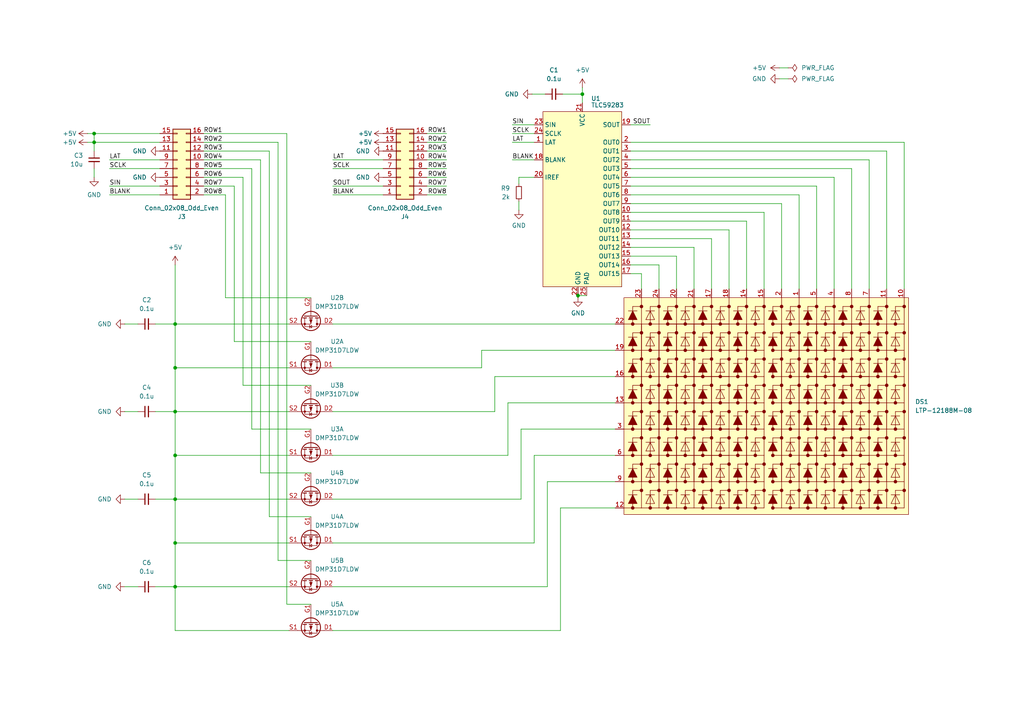
<source format=kicad_sch>
(kicad_sch (version 20250114) (generator "eeschema") (generator_version "9.0")
  (paper "A4")
  (lib_symbols
    (symbol "Connector_Generic:Conn_02x08_Odd_Even" (pin_names (offset 1.016) (hide yes))
      (property "Reference" "J" (at 1.27 10.16 0))
      (property "Value" "Conn_02x08_Odd_Even" (at 1.27 -12.7 0))
      (symbol "Conn_02x08_Odd_Even_1_1"
        (pin passive line (at -5.08 7.62 0) (length 3.81) (name "Pin_1") (number "1"))
        (pin passive line (at -5.08 5.08 0) (length 3.81) (name "Pin_3") (number "3"))
        (pin passive line (at -5.08 2.54 0) (length 3.81) (name "Pin_5") (number "5"))
        (pin passive line (at -5.08 0 0) (length 3.81) (name "Pin_7") (number "7"))
        (pin passive line (at -5.08 -2.54 0) (length 3.81) (name "Pin_9") (number "9"))
        (pin passive line (at -5.08 -5.08 0) (length 3.81) (name "Pin_11") (number "11"))
        (pin passive line (at -5.08 -7.62 0) (length 3.81) (name "Pin_13") (number "13"))
        (pin passive line (at -5.08 -10.16 0) (length 3.81) (name "Pin_15") (number "15"))
        (pin passive line (at 7.62 7.62 180) (length 3.81) (name "Pin_2") (number "2"))
        (pin passive line (at 7.62 5.08 180) (length 3.81) (name "Pin_4") (number "4"))
        (pin passive line (at 7.62 2.54 180) (length 3.81) (name "Pin_6") (number "6"))
        (pin passive line (at 7.62 0 180) (length 3.81) (name "Pin_8") (number "8"))
        (pin passive line (at 7.62 -2.54 180) (length 3.81) (name "Pin_10") (number "10"))
        (pin passive line (at 7.62 -5.08 180) (length 3.81) (name "Pin_12") (number "12"))
        (pin passive line (at 7.62 -7.62 180) (length 3.81) (name "Pin_14") (number "14"))
        (pin passive line (at 7.62 -10.16 180) (length 3.81) (name "Pin_16") (number "16"))
      )
    )
    (symbol "Device:C_Small" (pin_numbers (hide yes)) (pin_names (offset 0.254) (hide yes))
      (property "Reference" "C" (at 0.254 1.778 0))
      (property "Value" "C_Small" (at 0.254 -2.032 0))
      (symbol "C_Small_1_1"
        (pin passive line (at 0 2.54 270) (length 2.032) (name "~") (number "1"))
        (pin passive line (at 0 -2.54 90) (length 2.032) (name "~") (number "2"))
      )
    )
    (symbol "Device:R_Small" (pin_numbers (hide yes)) (pin_names (offset 0.254) (hide yes))
      (property "Reference" "R" (at 0.762 0.508 0))
      (property "Value" "R_Small" (at 0.762 -1.016 0))
      (symbol "R_Small_1_1"
        (pin passive line (at 0 2.54 270) (length 0.762) (name "~") (number "1"))
        (pin passive line (at 0 -2.54 90) (length 0.762) (name "~") (number "2"))
      )
    )
    (symbol "ledmat8x16:DMP31D7LDW"
      (property "Reference" "U" (at 9.652 2.794 0))
      (property "Value" "DMP31D7LDW" (at 15.24 -3.556 0))
      (symbol "DMP31D7LDW_1_1"
        (pin passive line (at 0 0 0) (length 2.54) (name "") (number "G1"))
        (pin passive line (at 7.62 6.35 270) (length 2.54) (name "") (number "D1"))
        (pin passive line (at 7.62 -6.35 90) (length 2.54) (name "") (number "S1"))
      )
      (symbol "DMP31D7LDW_2_1"
        (pin passive line (at 0 0 0) (length 2.54) (name "") (number "G2"))
        (pin passive line (at 7.62 6.35 270) (length 2.54) (name "") (number "D2"))
        (pin passive line (at 7.62 -6.35 90) (length 2.54) (name "") (number "S2"))
      )
    )
    (symbol "ledmat8x16:LTP-12188M-08" (pin_names (offset 1.016))
      (property "Reference" "DS" (at -51.054 -1.524 0))
      (property "Value" "LTP-12188M-08" (at -51.054 -68.326 0))
      (symbol "LTP-12188M-08_1_1"
        (pin passive line (at -53.34 -10.16 0) (length 2.54) (name "") (number "22"))
        (pin passive line (at -53.34 -17.78 0) (length 2.54) (name "") (number "19"))
        (pin passive line (at -53.34 -25.4 0) (length 2.54) (name "") (number "16"))
        (pin passive line (at -53.34 -33.02 0) (length 2.54) (name "") (number "13"))
        (pin passive line (at -53.34 -40.64 0) (length 2.54) (name "") (number "3"))
        (pin passive line (at -53.34 -48.26 0) (length 2.54) (name "") (number "6"))
        (pin passive line (at -53.34 -55.88 0) (length 2.54) (name "") (number "9"))
        (pin passive line (at -53.34 -63.5 0) (length 2.54) (name "") (number "12"))
        (pin passive line (at -45.72 0 270) (length 2.54) (name "") (number "23"))
        (pin passive line (at -40.64 0 270) (length 2.54) (name "") (number "24"))
        (pin passive line (at -35.56 0 270) (length 2.54) (name "") (number "20"))
        (pin passive line (at -30.48 0 270) (length 2.54) (name "") (number "21"))
        (pin passive line (at -25.4 0 270) (length 2.54) (name "") (number "17"))
        (pin passive line (at -20.32 0 270) (length 2.54) (name "") (number "18"))
        (pin passive line (at -15.24 0 270) (length 2.54) (name "") (number "14"))
        (pin passive line (at -10.16 0 270) (length 2.54) (name "") (number "15"))
        (pin passive line (at -5.08 0 270) (length 2.54) (name "") (number "2"))
        (pin passive line (at 0 0 270) (length 2.54) (name "") (number "1"))
        (pin passive line (at 5.08 0 270) (length 2.54) (name "") (number "5"))
        (pin passive line (at 10.16 0 270) (length 2.54) (name "") (number "4"))
        (pin passive line (at 15.24 0 270) (length 2.54) (name "") (number "8"))
        (pin passive line (at 20.32 0 270) (length 2.54) (name "") (number "7"))
        (pin passive line (at 25.4 0 270) (length 2.54) (name "") (number "11"))
        (pin passive line (at 30.48 0 270) (length 2.54) (name "") (number "10"))
      )
    )
    (symbol "ledmat8x16:TLC59283"
      (property "Reference" "U" (at 2.794 10.414 0))
      (property "Value" "TLC59283" (at 0 0 0))
      (symbol "TLC59283_1_1"
        (pin input line (at 0 5.08 0) (length 2.54) (name "SIN") (number "23"))
        (pin input line (at 0 2.54 0) (length 2.54) (name "SCLK") (number "24"))
        (pin input line (at 0 0 0) (length 2.54) (name "LAT") (number "1"))
        (pin input line (at 0 -5.08 0) (length 2.54) (name "BLANK") (number "18"))
        (pin input line (at 0 -10.16 0) (length 2.54) (name "IREF") (number "20"))
        (pin power_in line (at 12.7 -44.45 90) (length 2.54) (name "GND") (number "22"))
        (pin power_in line (at 13.97 11.43 270) (length 2.54) (name "VCC") (number "21"))
        (pin power_in line (at 15.24 -44.45 90) (length 2.54) (name "PAD") (number "25"))
        (pin input line (at 27.94 5.08 180) (length 2.54) (name "SOUT") (number "19"))
        (pin input line (at 27.94 0 180) (length 2.54) (name "OUT0") (number "2"))
        (pin input line (at 27.94 -2.54 180) (length 2.54) (name "OUT1") (number "3"))
        (pin input line (at 27.94 -5.08 180) (length 2.54) (name "OUT2") (number "4"))
        (pin input line (at 27.94 -7.62 180) (length 2.54) (name "OUT3") (number "5"))
        (pin input line (at 27.94 -10.16 180) (length 2.54) (name "OUT4") (number "6"))
        (pin input line (at 27.94 -12.7 180) (length 2.54) (name "OUT5") (number "7"))
        (pin input line (at 27.94 -15.24 180) (length 2.54) (name "OUT6") (number "8"))
        (pin input line (at 27.94 -17.78 180) (length 2.54) (name "OUT7") (number "9"))
        (pin input line (at 27.94 -20.32 180) (length 2.54) (name "OUT8") (number "10"))
        (pin input line (at 27.94 -22.86 180) (length 2.54) (name "OUT9") (number "11"))
        (pin input line (at 27.94 -25.4 180) (length 2.54) (name "OUT10") (number "12"))
        (pin input line (at 27.94 -27.94 180) (length 2.54) (name "OUT11") (number "13"))
        (pin input line (at 27.94 -30.48 180) (length 2.54) (name "OUT12") (number "14"))
        (pin input line (at 27.94 -33.02 180) (length 2.54) (name "OUT13") (number "15"))
        (pin input line (at 27.94 -35.56 180) (length 2.54) (name "OUT14") (number "16"))
        (pin input line (at 27.94 -38.1 180) (length 2.54) (name "OUT15") (number "17"))
      )
    )
    (symbol "power:+5V" (power) (pin_numbers (hide yes)) (pin_names (offset 0) (hide yes))
      (property "Value" "+5V" (at 0 3.556 0))
      (symbol "+5V_1_1"
        (pin power_in line (at 0 0 90) (length 0) (name "~") (number "1"))
      )
    )
    (symbol "power:GND" (power) (pin_numbers (hide yes)) (pin_names (offset 0) (hide yes))
      (property "Value" "GND" (at 0 -3.81 0))
      (symbol "GND_1_1"
        (pin power_in line (at 0 0 270) (length 0) (name "~") (number "1"))
      )
    )
    (symbol "power:PWR_FLAG" (power) (pin_numbers (hide yes)) (pin_names (offset 0) (hide yes))
      (property "Value" "PWR_FLAG" (at 0 3.81 0))
      (symbol "PWR_FLAG_0_0"
        (pin power_out line (at 0 0 90) (length 0) (name "~") (number "1"))
      )
    )
  )
  (junction (at 167.64 85.725))
  (junction (at 27.305 41.275))
  (junction (at 50.8 119.38))
  (junction (at 50.8 157.48))
  (junction (at 50.8 106.68))
  (junction (at 168.91 27.305))
  (junction (at 50.8 93.98))
  (junction (at 27.305 38.735))
  (junction (at 50.8 132.08))
  (junction (at 50.8 144.78))
  (junction (at 50.8 170.18))
  (wire (pts (xy 129.54 43.815) (xy 123.825 43.815)))
  (wire (pts (xy 201.295 83.82) (xy 201.295 71.755)))
  (wire (pts (xy 83.185 38.735) (xy 83.185 175.26)))
  (wire (pts (xy 96.52 144.78) (xy 151.13 144.78)))
  (wire (pts (xy 162.56 147.32) (xy 178.435 147.32)))
  (wire (pts (xy 96.52 93.98) (xy 178.435 93.98)))
  (wire (pts (xy 182.88 69.215) (xy 206.375 69.215)))
  (wire (pts (xy 67.945 53.975) (xy 67.945 99.06)))
  (wire (pts (xy 73.025 48.895) (xy 73.025 124.46)))
  (wire (pts (xy 257.175 43.815) (xy 182.88 43.815)))
  (wire (pts (xy 111.125 56.515) (xy 96.52 56.515)))
  (wire (pts (xy 139.7 101.6) (xy 178.435 101.6)))
  (wire (pts (xy 45.085 144.78) (xy 50.8 144.78)))
  (wire (pts (xy 154.94 46.355) (xy 148.59 46.355)))
  (wire (pts (xy 96.52 182.88) (xy 162.56 182.88)))
  (wire (pts (xy 70.485 111.76) (xy 90.17 111.76)))
  (wire (pts (xy 45.085 170.18) (xy 50.8 170.18)))
  (wire (pts (xy 216.535 64.135) (xy 216.535 83.82)))
  (wire (pts (xy 154.94 157.48) (xy 154.94 132.08)))
  (wire (pts (xy 182.88 46.355) (xy 252.095 46.355)))
  (wire (pts (xy 167.64 85.725) (xy 170.18 85.725)))
  (wire (pts (xy 182.88 56.515) (xy 231.775 56.515)))
  (wire (pts (xy 147.32 116.84) (xy 178.435 116.84)))
  (wire (pts (xy 78.105 149.86) (xy 90.17 149.86)))
  (wire (pts (xy 182.88 64.135) (xy 216.535 64.135)))
  (wire (pts (xy 65.405 56.515) (xy 65.405 86.36)))
  (wire (pts (xy 221.615 83.82) (xy 221.615 61.595)))
  (wire (pts (xy 111.125 48.895) (xy 96.52 48.895)))
  (wire (pts (xy 182.88 59.055) (xy 226.695 59.055)))
  (wire (pts (xy 111.125 46.355) (xy 96.52 46.355)))
  (wire (pts (xy 80.645 41.275) (xy 80.645 162.56)))
  (wire (pts (xy 154.94 132.08) (xy 178.435 132.08)))
  (wire (pts (xy 182.88 79.375) (xy 186.055 79.375)))
  (wire (pts (xy 182.88 51.435) (xy 241.935 51.435)))
  (wire (pts (xy 129.54 41.275) (xy 123.825 41.275)))
  (wire (pts (xy 36.195 119.38) (xy 40.005 119.38)))
  (wire (pts (xy 59.055 43.815) (xy 78.105 43.815)))
  (wire (pts (xy 36.195 93.98) (xy 40.005 93.98)))
  (wire (pts (xy 188.595 36.195) (xy 182.88 36.195)))
  (wire (pts (xy 50.8 119.38) (xy 83.82 119.38)))
  (wire (pts (xy 50.8 144.78) (xy 50.8 157.48)))
  (wire (pts (xy 182.88 74.295) (xy 196.215 74.295)))
  (wire (pts (xy 73.025 124.46) (xy 90.17 124.46)))
  (wire (pts (xy 50.8 144.78) (xy 83.82 144.78)))
  (wire (pts (xy 27.305 38.735) (xy 27.305 41.275)))
  (wire (pts (xy 226.06 19.685) (xy 228.6 19.685)))
  (wire (pts (xy 70.485 51.435) (xy 70.485 111.76)))
  (wire (pts (xy 45.085 119.38) (xy 50.8 119.38)))
  (wire (pts (xy 70.485 51.435) (xy 59.055 51.435)))
  (wire (pts (xy 163.195 27.305) (xy 168.91 27.305)))
  (wire (pts (xy 46.355 48.895) (xy 31.75 48.895)))
  (wire (pts (xy 168.91 25.4) (xy 168.91 27.305)))
  (wire (pts (xy 50.8 93.98) (xy 50.8 106.68)))
  (wire (pts (xy 262.255 41.275) (xy 262.255 83.82)))
  (wire (pts (xy 27.305 41.275) (xy 46.355 41.275)))
  (wire (pts (xy 162.56 182.88) (xy 162.56 147.32)))
  (wire (pts (xy 150.495 51.435) (xy 150.495 53.34)))
  (wire (pts (xy 75.565 46.355) (xy 75.565 137.16)))
  (wire (pts (xy 139.7 106.68) (xy 139.7 101.6)))
  (wire (pts (xy 150.495 60.96) (xy 150.495 58.42)))
  (wire (pts (xy 96.52 157.48) (xy 154.94 157.48)))
  (wire (pts (xy 27.305 38.735) (xy 46.355 38.735)))
  (wire (pts (xy 158.75 139.7) (xy 178.435 139.7)))
  (wire (pts (xy 50.8 182.88) (xy 83.82 182.88)))
  (wire (pts (xy 27.305 51.435) (xy 27.305 48.895)))
  (wire (pts (xy 59.055 48.895) (xy 73.025 48.895)))
  (wire (pts (xy 226.695 59.055) (xy 226.695 83.82)))
  (wire (pts (xy 154.94 51.435) (xy 150.495 51.435)))
  (wire (pts (xy 96.52 170.18) (xy 158.75 170.18)))
  (wire (pts (xy 80.645 41.275) (xy 59.055 41.275)))
  (wire (pts (xy 25.4 38.735) (xy 27.305 38.735)))
  (wire (pts (xy 80.645 162.56) (xy 90.17 162.56)))
  (wire (pts (xy 129.54 46.355) (xy 123.825 46.355)))
  (wire (pts (xy 236.855 53.975) (xy 182.88 53.975)))
  (wire (pts (xy 27.305 43.815) (xy 27.305 41.275)))
  (wire (pts (xy 129.54 38.735) (xy 123.825 38.735)))
  (wire (pts (xy 182.88 41.275) (xy 262.255 41.275)))
  (wire (pts (xy 147.32 132.08) (xy 147.32 116.84)))
  (wire (pts (xy 50.8 106.68) (xy 83.82 106.68)))
  (wire (pts (xy 25.4 41.275) (xy 27.305 41.275)))
  (wire (pts (xy 201.295 71.755) (xy 182.88 71.755)))
  (wire (pts (xy 50.8 119.38) (xy 50.8 132.08)))
  (wire (pts (xy 154.305 27.305) (xy 158.115 27.305)))
  (wire (pts (xy 211.455 83.82) (xy 211.455 66.675)))
  (wire (pts (xy 45.085 93.98) (xy 50.8 93.98)))
  (wire (pts (xy 206.375 69.215) (xy 206.375 83.82)))
  (wire (pts (xy 75.565 137.16) (xy 90.17 137.16)))
  (wire (pts (xy 50.8 170.18) (xy 50.8 182.88)))
  (wire (pts (xy 36.195 144.78) (xy 40.005 144.78)))
  (wire (pts (xy 247.015 48.895) (xy 182.88 48.895)))
  (wire (pts (xy 50.8 157.48) (xy 83.82 157.48)))
  (wire (pts (xy 196.215 74.295) (xy 196.215 83.82)))
  (wire (pts (xy 143.51 119.38) (xy 143.51 109.22)))
  (wire (pts (xy 168.91 27.305) (xy 168.91 29.845)))
  (wire (pts (xy 211.455 66.675) (xy 182.88 66.675)))
  (wire (pts (xy 148.59 41.275) (xy 154.94 41.275)))
  (wire (pts (xy 50.8 132.08) (xy 83.82 132.08)))
  (wire (pts (xy 186.055 79.375) (xy 186.055 83.82)))
  (wire (pts (xy 50.8 157.48) (xy 50.8 170.18)))
  (wire (pts (xy 59.055 53.975) (xy 67.945 53.975)))
  (wire (pts (xy 236.855 83.82) (xy 236.855 53.975)))
  (wire (pts (xy 129.54 48.895) (xy 123.825 48.895)))
  (wire (pts (xy 148.59 36.195) (xy 154.94 36.195)))
  (wire (pts (xy 96.52 106.68) (xy 139.7 106.68)))
  (wire (pts (xy 252.095 46.355) (xy 252.095 83.82)))
  (wire (pts (xy 46.355 53.975) (xy 31.75 53.975)))
  (wire (pts (xy 111.125 53.975) (xy 96.52 53.975)))
  (wire (pts (xy 50.8 170.18) (xy 83.82 170.18)))
  (wire (pts (xy 129.54 51.435) (xy 123.825 51.435)))
  (wire (pts (xy 46.355 56.515) (xy 31.75 56.515)))
  (wire (pts (xy 50.8 106.68) (xy 50.8 119.38)))
  (wire (pts (xy 50.8 132.08) (xy 50.8 144.78)))
  (wire (pts (xy 191.135 83.82) (xy 191.135 76.835)))
  (wire (pts (xy 59.055 38.735) (xy 83.185 38.735)))
  (wire (pts (xy 50.8 93.98) (xy 83.82 93.98)))
  (wire (pts (xy 96.52 119.38) (xy 143.51 119.38)))
  (wire (pts (xy 50.8 76.835) (xy 50.8 93.98)))
  (wire (pts (xy 158.75 170.18) (xy 158.75 139.7)))
  (wire (pts (xy 65.405 56.515) (xy 59.055 56.515)))
  (wire (pts (xy 46.355 46.355) (xy 31.75 46.355)))
  (wire (pts (xy 78.105 43.815) (xy 78.105 149.86)))
  (wire (pts (xy 151.13 144.78) (xy 151.13 124.46)))
  (wire (pts (xy 96.52 132.08) (xy 147.32 132.08)))
  (wire (pts (xy 148.59 38.735) (xy 154.94 38.735)))
  (wire (pts (xy 191.135 76.835) (xy 182.88 76.835)))
  (wire (pts (xy 67.945 99.06) (xy 90.17 99.06)))
  (wire (pts (xy 247.015 83.82) (xy 247.015 48.895)))
  (wire (pts (xy 151.13 124.46) (xy 178.435 124.46)))
  (wire (pts (xy 65.405 86.36) (xy 90.17 86.36)))
  (wire (pts (xy 167.64 86.36) (xy 167.64 85.725)))
  (wire (pts (xy 226.06 22.86) (xy 228.6 22.86)))
  (wire (pts (xy 36.195 170.18) (xy 40.005 170.18)))
  (wire (pts (xy 129.54 56.515) (xy 123.825 56.515)))
  (wire (pts (xy 129.54 53.975) (xy 123.825 53.975)))
  (wire (pts (xy 143.51 109.22) (xy 178.435 109.22)))
  (wire (pts (xy 231.775 56.515) (xy 231.775 83.82)))
  (wire (pts (xy 75.565 46.355) (xy 59.055 46.355)))
  (wire (pts (xy 83.185 175.26) (xy 90.17 175.26)))
  (wire (pts (xy 241.935 51.435) (xy 241.935 83.82)))
  (wire (pts (xy 257.175 83.82) (xy 257.175 43.815)))
  (wire (pts (xy 221.615 61.595) (xy 182.88 61.595)))
  (label "ROW3" (at 59.055 43.815 0))
  (label "SIN" (at 148.59 36.195 0))
  (label "LAT" (at 148.59 41.275 0))
  (label "ROW2" (at 129.54 41.275 180))
  (label "ROW5" (at 129.54 48.895 180))
  (label "ROW7" (at 59.055 53.975 0))
  (label "ROW6" (at 59.055 51.435 0))
  (label "BLANK" (at 148.59 46.355 0))
  (label "SCLK" (at 148.59 38.735 0))
  (label "BLANK" (at 31.75 56.515 0))
  (label "SCLK" (at 31.75 48.895 0))
  (label "ROW4" (at 59.055 46.355 0))
  (label "ROW1" (at 129.54 38.735 180))
  (label "SOUT" (at 188.595 36.195 180))
  (label "SCLK" (at 96.52 48.895 0))
  (label "ROW2" (at 59.055 41.275 0))
  (label "ROW4" (at 129.54 46.355 180))
  (label "ROW7" (at 129.54 53.975 180))
  (label "LAT" (at 96.52 46.355 0))
  (label "SOUT" (at 96.52 53.975 0))
  (label "ROW1" (at 59.055 38.735 0))
  (label "ROW3" (at 129.54 43.815 180))
  (label "ROW8" (at 59.055 56.515 0))
  (label "BLANK" (at 96.52 56.515 0))
  (label "ROW6" (at 129.54 51.435 180))
  (label "LAT" (at 31.75 46.355 0))
  (label "ROW5" (at 59.055 48.895 0))
  (label "ROW8" (at 129.54 56.515 180))
  (label "SIN" (at 31.75 53.975 0))
  (symbol (lib_id "power:GND") (at 36.195 119.38 270) (unit 1)
    (property "Reference" "#PWR016" (effects (hide yes)))
    (property "Value" "GND" (at 32.385 119.3799 90) (effects (justify right)))
    (property "Description" "Power symbol creates a global label with name \"GND\" , ground" (effects (hide yes)))
  )
  (symbol (lib_id "Device:R_Small") (at 150.495 55.88 0) (mirror x) (unit 1)
    (property "Reference" "R9" (at 147.955 54.6099 0) (effects (justify right)))
    (property "Value" "2k" (at 147.955 57.1499 0) (effects (justify right)))
    (property "Footprint" "Resistor_SMD:R_0603_1608Metric_Pad0.98x0.95mm_HandSolder" (effects (hide yes)))
    (property "Description" "Resistor, small symbol" (effects (hide yes)))
  )
  (symbol (lib_id "ledmat8x16:LTP-12188M-08") (at 231.775 83.82 0) (unit 1)
    (property "Reference" "DS1" (at 265.43 116.5224 0) (effects (justify left)))
    (property "Value" "LTP-12188M-08" (at 265.43 119.0624 0) (effects (justify left)))
    (property "Footprint" "ledmat8x16:LTP-12188M-08" (effects (hide yes)))
  )
  (symbol (lib_id "power:+5V") (at 111.125 38.735 90) (unit 1)
    (property "Reference" "#PWR09" (effects (hide yes)))
    (property "Value" "+5V" (at 107.95 38.7349 90) (effects (justify left)))
    (property "Description" "Power symbol creates a global label with name \"+5V\"" (effects (hide yes)))
  )
  (symbol (lib_id "power:GND") (at 36.195 170.18 270) (unit 1)
    (property "Reference" "#PWR018" (effects (hide yes)))
    (property "Value" "GND" (at 32.385 170.1799 90) (effects (justify right)))
    (property "Description" "Power symbol creates a global label with name \"GND\" , ground" (effects (hide yes)))
  )
  (symbol (lib_id "power:GND") (at 36.195 144.78 270) (unit 1)
    (property "Reference" "#PWR017" (effects (hide yes)))
    (property "Value" "GND" (at 32.385 144.7799 90) (effects (justify right)))
    (property "Description" "Power symbol creates a global label with name \"GND\" , ground" (effects (hide yes)))
  )
  (symbol (lib_id "power:+5V") (at 25.4 41.275 90) (unit 1)
    (property "Reference" "#PWR06" (effects (hide yes)))
    (property "Value" "+5V" (at 22.225 41.2749 90) (effects (justify left)))
    (property "Description" "Power symbol creates a global label with name \"+5V\"" (effects (hide yes)))
  )
  (symbol (lib_id "Connector_Generic:Conn_02x08_Odd_Even") (at 116.205 48.895 0) (mirror x) (unit 1)
    (property "Reference" "J4" (at 117.475 62.865 0))
    (property "Value" "Conn_02x08_Odd_Even" (at 117.475 60.325 0))
    (property "Footprint" "Connector_PinSocket_2.54mm:PinSocket_2x08_P2.54mm_Horizontal" (effects (hide yes)))
    (property "Description" "Generic connector, double row, 02x08, odd/even pin numbering scheme (row 1 odd numbers, row 2 even numbers), script generated (kicad-library-utils/schlib/autogen/connector/)" (effects (hide yes)))
  )
  (symbol (lib_id "power:GND") (at 226.06 22.86 270) (unit 1)
    (property "Reference" "#PWR021" (effects (hide yes)))
    (property "Value" "GND" (at 222.25 22.8599 90) (effects (justify right)))
    (property "Description" "Power symbol creates a global label with name \"GND\" , ground" (effects (hide yes)))
  )
  (symbol (lib_id "power:GND") (at 36.195 93.98 270) (unit 1)
    (property "Reference" "#PWR014" (effects (hide yes)))
    (property "Value" "GND" (at 32.385 93.9799 90) (effects (justify right)))
    (property "Description" "Power symbol creates a global label with name \"GND\" , ground" (effects (hide yes)))
  )
  (symbol (lib_id "power:PWR_FLAG") (at 228.6 22.86 270) (unit 1)
    (property "Reference" "#FLG02" (effects (hide yes)))
    (property "Value" "PWR_FLAG" (at 232.41 22.8599 90) (effects (justify left)))
    (property "Description" "Special symbol for telling ERC where power comes from" (effects (hide yes)))
  )
  (symbol (lib_id "power:+5V") (at 226.06 19.685 90) (unit 1)
    (property "Reference" "#PWR020" (effects (hide yes)))
    (property "Value" "+5V" (at 222.25 19.6849 90) (effects (justify left)))
    (property "Description" "Power symbol creates a global label with name \"+5V\"" (effects (hide yes)))
  )
  (symbol (lib_id "ledmat8x16:DMP31D7LDW") (at 90.17 162.56 270) (unit 2)
    (property "Reference" "U5" (at 97.79 162.56 90))
    (property "Value" "DMP31D7LDW" (at 97.79 165.1 90))
    (property "Footprint" "ledmat8x16:SOT-363_SC-70-6" (effects (hide yes)))
    (property "Datasheet" "${KIPRJMOD}/../../lib/datasheets/DMP31D7LDW.pdf" (effects (hide yes)))
    (property "Description" "Dual P-Channel Enhancement Mode MOSFET" (effects (hide yes)))
  )
  (symbol (lib_id "Device:C_Small") (at 42.545 170.18 90) (unit 1)
    (property "Reference" "C6" (at 42.5513 163.195 90))
    (property "Value" "0.1u" (at 42.5513 165.735 90))
    (property "Footprint" "Capacitor_SMD:C_0603_1608Metric_Pad1.08x0.95mm_HandSolder" (effects (hide yes)))
    (property "Description" "Unpolarized capacitor, small symbol" (effects (hide yes)))
  )
  (symbol (lib_id "Device:C_Small") (at 160.655 27.305 90) (unit 1)
    (property "Reference" "C1" (at 160.6613 20.32 90))
    (property "Value" "0.1u" (at 160.6613 22.86 90))
    (property "Footprint" "Capacitor_SMD:C_0603_1608Metric_Pad1.08x0.95mm_HandSolder" (effects (hide yes)))
    (property "Description" "Unpolarized capacitor, small symbol" (effects (hide yes)))
  )
  (symbol (lib_id "Device:C_Small") (at 42.545 144.78 90) (unit 1)
    (property "Reference" "C5" (at 42.5513 137.795 90))
    (property "Value" "0.1u" (at 42.5513 140.335 90))
    (property "Footprint" "Capacitor_SMD:C_0603_1608Metric_Pad1.08x0.95mm_HandSolder" (effects (hide yes)))
    (property "Description" "Unpolarized capacitor, small symbol" (effects (hide yes)))
  )
  (symbol (lib_id "ledmat8x16:DMP31D7LDW") (at 90.17 149.86 270) (unit 1)
    (property "Reference" "U4" (at 97.79 149.86 90))
    (property "Value" "DMP31D7LDW" (at 97.79 152.4 90))
    (property "Footprint" "ledmat8x16:SOT-363_SC-70-6" (effects (hide yes)))
    (property "Datasheet" "${KIPRJMOD}/../../lib/datasheets/DMP31D7LDW.pdf" (effects (hide yes)))
    (property "Description" "Dual P-Channel Enhancement Mode MOSFET" (effects (hide yes)))
  )
  (symbol (lib_id "ledmat8x16:DMP31D7LDW") (at 90.17 99.06 270) (unit 1)
    (property "Reference" "U2" (at 97.79 99.06 90))
    (property "Value" "DMP31D7LDW" (at 97.79 101.6 90))
    (property "Footprint" "ledmat8x16:SOT-363_SC-70-6" (effects (hide yes)))
    (property "Datasheet" "${KIPRJMOD}/../../lib/datasheets/DMP31D7LDW.pdf" (effects (hide yes)))
    (property "Description" "Dual P-Channel Enhancement Mode MOSFET" (effects (hide yes)))
  )
  (symbol (lib_id "Device:C_Small") (at 42.545 119.38 90) (unit 1)
    (property "Reference" "C4" (at 42.5513 112.395 90))
    (property "Value" "0.1u" (at 42.5513 114.935 90))
    (property "Footprint" "Capacitor_SMD:C_0603_1608Metric_Pad1.08x0.95mm_HandSolder" (effects (hide yes)))
    (property "Description" "Unpolarized capacitor, small symbol" (effects (hide yes)))
  )
  (symbol (lib_id "ledmat8x16:DMP31D7LDW") (at 90.17 86.36 270) (unit 2)
    (property "Reference" "U2" (at 97.79 86.36 90))
    (property "Value" "DMP31D7LDW" (at 97.79 88.9 90))
    (property "Footprint" "ledmat8x16:SOT-363_SC-70-6" (effects (hide yes)))
    (property "Datasheet" "${KIPRJMOD}/../../lib/datasheets/DMP31D7LDW.pdf" (effects (hide yes)))
    (property "Description" "Dual P-Channel Enhancement Mode MOSFET" (effects (hide yes)))
  )
  (symbol (lib_id "power:+5V") (at 168.91 25.4 0) (unit 1)
    (property "Reference" "#PWR03" (effects (hide yes)))
    (property "Value" "+5V" (at 168.91 20.32 0))
    (property "Description" "Power symbol creates a global label with name \"+5V\"" (effects (hide yes)))
  )
  (symbol (lib_id "power:GND") (at 46.355 51.435 270) (unit 1)
    (property "Reference" "#PWR07" (effects (hide yes)))
    (property "Value" "GND" (at 42.545 51.4349 90) (effects (justify right)))
    (property "Description" "Power symbol creates a global label with name \"GND\" , ground" (effects (hide yes)))
  )
  (symbol (lib_id "power:GND") (at 111.125 43.815 270) (unit 1)
    (property "Reference" "#PWR011" (effects (hide yes)))
    (property "Value" "GND" (at 107.315 43.8149 90) (effects (justify right)))
    (property "Description" "Power symbol creates a global label with name \"GND\" , ground" (effects (hide yes)))
  )
  (symbol (lib_id "ledmat8x16:DMP31D7LDW") (at 90.17 137.16 270) (unit 2)
    (property "Reference" "U4" (at 97.79 137.16 90))
    (property "Value" "DMP31D7LDW" (at 97.79 139.7 90))
    (property "Footprint" "ledmat8x16:SOT-363_SC-70-6" (effects (hide yes)))
    (property "Datasheet" "${KIPRJMOD}/../../lib/datasheets/DMP31D7LDW.pdf" (effects (hide yes)))
    (property "Description" "Dual P-Channel Enhancement Mode MOSFET" (effects (hide yes)))
  )
  (symbol (lib_id "power:GND") (at 46.355 43.815 270) (unit 1)
    (property "Reference" "#PWR08" (effects (hide yes)))
    (property "Value" "GND" (at 42.545 43.8149 90) (effects (justify right)))
    (property "Description" "Power symbol creates a global label with name \"GND\" , ground" (effects (hide yes)))
  )
  (symbol (lib_id "power:GND") (at 150.495 60.96 0) (unit 1)
    (property "Reference" "#PWR02" (effects (hide yes)))
    (property "Value" "GND" (at 150.495 65.405 0))
    (property "Description" "Power symbol creates a global label with name \"GND\" , ground" (effects (hide yes)))
  )
  (symbol (lib_id "ledmat8x16:TLC59283") (at 154.94 41.275 0) (unit 1)
    (property "Reference" "U1" (at 171.45 28.575 0) (effects (justify left)))
    (property "Value" "TLC59283" (at 171.45 30.48 0) (effects (justify left)))
    (property "Footprint" "Package_DFN_QFN:Texas_RGE0024C_VQFN-24-1EP_4x4mm_P0.5mm_EP2.1x2.1mm" (effects (hide yes)))
    (property "Datasheet" "${KIPRJMOD}/../../lib/datasheets/tlc59283.pdf" (effects (hide yes)))
    (property "Description" "16 channel constant current LED driver with pre-charge FET" (effects (hide yes)))
  )
  (symbol (lib_id "power:GND") (at 111.125 51.435 270) (unit 1)
    (property "Reference" "#PWR012" (effects (hide yes)))
    (property "Value" "GND" (at 107.315 51.4349 90) (effects (justify right)))
    (property "Description" "Power symbol creates a global label with name \"GND\" , ground" (effects (hide yes)))
  )
  (symbol (lib_id "ledmat8x16:DMP31D7LDW") (at 90.17 175.26 270) (unit 1)
    (property "Reference" "U5" (at 97.79 175.26 90))
    (property "Value" "DMP31D7LDW" (at 97.79 177.8 90))
    (property "Footprint" "ledmat8x16:SOT-363_SC-70-6" (effects (hide yes)))
    (property "Datasheet" "${KIPRJMOD}/../../lib/datasheets/DMP31D7LDW.pdf" (effects (hide yes)))
    (property "Description" "Dual P-Channel Enhancement Mode MOSFET" (effects (hide yes)))
  )
  (symbol (lib_id "power:+5V") (at 111.125 41.275 90) (unit 1)
    (property "Reference" "#PWR010" (effects (hide yes)))
    (property "Value" "+5V" (at 107.95 41.2749 90) (effects (justify left)))
    (property "Description" "Power symbol creates a global label with name \"+5V\"" (effects (hide yes)))
  )
  (symbol (lib_id "power:GND") (at 27.305 51.435 0) (unit 1)
    (property "Reference" "#PWR015" (effects (hide yes)))
    (property "Value" "GND" (at 27.305 56.515 0))
    (property "Description" "Power symbol creates a global label with name \"GND\" , ground" (effects (hide yes)))
  )
  (symbol (lib_id "power:+5V") (at 25.4 38.735 90) (unit 1)
    (property "Reference" "#PWR04" (effects (hide yes)))
    (property "Value" "+5V" (at 22.225 38.7349 90) (effects (justify left)))
    (property "Description" "Power symbol creates a global label with name \"+5V\"" (effects (hide yes)))
  )
  (symbol (lib_id "ledmat8x16:DMP31D7LDW") (at 90.17 124.46 270) (unit 1)
    (property "Reference" "U3" (at 97.79 124.46 90))
    (property "Value" "DMP31D7LDW" (at 97.79 127 90))
    (property "Footprint" "ledmat8x16:SOT-363_SC-70-6" (effects (hide yes)))
    (property "Datasheet" "${KIPRJMOD}/../../lib/datasheets/DMP31D7LDW.pdf" (effects (hide yes)))
    (property "Description" "Dual P-Channel Enhancement Mode MOSFET" (effects (hide yes)))
  )
  (symbol (lib_id "Connector_Generic:Conn_02x08_Odd_Even") (at 51.435 48.895 0) (mirror x) (unit 1)
    (property "Reference" "J3" (at 52.705 62.865 0))
    (property "Value" "Conn_02x08_Odd_Even" (at 52.705 60.325 0))
    (property "Footprint" "Connector_PinHeader_2.54mm:PinHeader_2x08_P2.54mm_Horizontal" (effects (hide yes)))
    (property "Description" "Generic connector, double row, 02x08, odd/even pin numbering scheme (row 1 odd numbers, row 2 even numbers), script generated (kicad-library-utils/schlib/autogen/connector/)" (effects (hide yes)))
  )
  (symbol (lib_id "power:GND") (at 167.64 86.36 0) (unit 1)
    (property "Reference" "#PWR01" (effects (hide yes)))
    (property "Value" "GND" (at 167.64 90.805 0))
    (property "Description" "Power symbol creates a global label with name \"GND\" , ground" (effects (hide yes)))
  )
  (symbol (lib_id "ledmat8x16:DMP31D7LDW") (at 90.17 111.76 270) (unit 2)
    (property "Reference" "U3" (at 97.79 111.76 90))
    (property "Value" "DMP31D7LDW" (at 97.79 114.3 90))
    (property "Footprint" "ledmat8x16:SOT-363_SC-70-6" (effects (hide yes)))
    (property "Datasheet" "${KIPRJMOD}/../../lib/datasheets/DMP31D7LDW.pdf" (effects (hide yes)))
    (property "Description" "Dual P-Channel Enhancement Mode MOSFET" (effects (hide yes)))
  )
  (symbol (lib_id "Device:C_Small") (at 42.545 93.98 90) (unit 1)
    (property "Reference" "C2" (at 42.5513 86.995 90))
    (property "Value" "0.1u" (at 42.5513 89.535 90))
    (property "Footprint" "Capacitor_SMD:C_0603_1608Metric_Pad1.08x0.95mm_HandSolder" (effects (hide yes)))
    (property "Description" "Unpolarized capacitor, small symbol" (effects (hide yes)))
  )
  (symbol (lib_id "power:+5V") (at 50.8 76.835 0) (unit 1)
    (property "Reference" "#PWR05" (effects (hide yes)))
    (property "Value" "+5V" (at 50.8 71.755 0))
    (property "Description" "Power symbol creates a global label with name \"+5V\"" (effects (hide yes)))
  )
  (symbol (lib_id "power:PWR_FLAG") (at 228.6 19.685 270) (unit 1)
    (property "Reference" "#FLG01" (effects (hide yes)))
    (property "Value" "PWR_FLAG" (at 232.41 19.6849 90) (effects (justify left)))
    (property "Description" "Special symbol for telling ERC where power comes from" (effects (hide yes)))
  )
  (symbol (lib_id "power:GND") (at 154.305 27.305 270) (unit 1)
    (property "Reference" "#PWR013" (effects (hide yes)))
    (property "Value" "GND" (at 150.495 27.3049 90) (effects (justify right)))
    (property "Description" "Power symbol creates a global label with name \"GND\" , ground" (effects (hide yes)))
  )
  (symbol (lib_id "Device:C_Small") (at 27.305 46.355 0) (mirror y) (unit 1)
    (property "Reference" "C3" (at 24.13 45.0912 0) (effects (justify left)))
    (property "Value" "10u" (at 24.13 47.6312 0) (effects (justify left)))
    (property "Footprint" "Capacitor_SMD:C_0805_2012Metric_Pad1.18x1.45mm_HandSolder" (effects (hide yes)))
    (property "Description" "Unpolarized capacitor, small symbol" (effects (hide yes)))
  )
)
</source>
